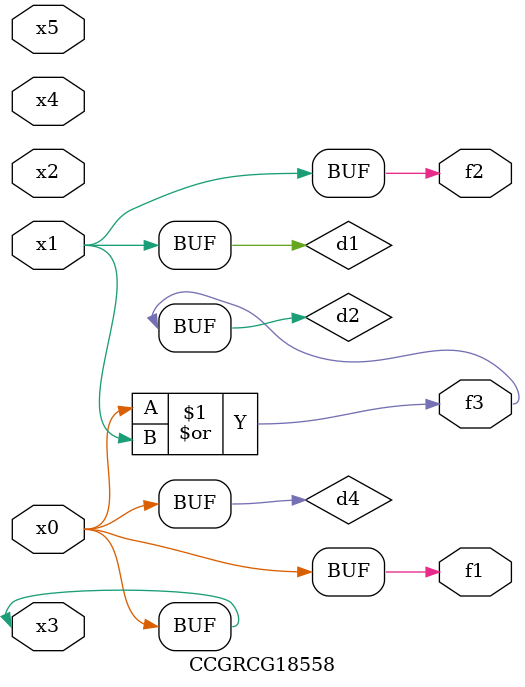
<source format=v>
module CCGRCG18558(
	input x0, x1, x2, x3, x4, x5,
	output f1, f2, f3
);

	wire d1, d2, d3, d4;

	and (d1, x1);
	or (d2, x0, x1);
	nand (d3, x0, x5);
	buf (d4, x0, x3);
	assign f1 = d4;
	assign f2 = d1;
	assign f3 = d2;
endmodule

</source>
